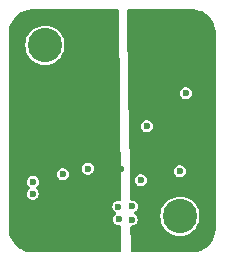
<source format=gbr>
%TF.GenerationSoftware,KiCad,Pcbnew,8.0.4*%
%TF.CreationDate,2025-02-04T23:44:10-05:00*%
%TF.ProjectId,Magnetometer,4d61676e-6574-46f6-9d65-7465722e6b69,rev?*%
%TF.SameCoordinates,Original*%
%TF.FileFunction,Copper,L3,Inr*%
%TF.FilePolarity,Positive*%
%FSLAX46Y46*%
G04 Gerber Fmt 4.6, Leading zero omitted, Abs format (unit mm)*
G04 Created by KiCad (PCBNEW 8.0.4) date 2025-02-04 23:44:10*
%MOMM*%
%LPD*%
G01*
G04 APERTURE LIST*
%TA.AperFunction,ComponentPad*%
%ADD10C,2.900000*%
%TD*%
%TA.AperFunction,ViaPad*%
%ADD11C,0.600000*%
%TD*%
G04 APERTURE END LIST*
D10*
%TO.N,N/C*%
%TO.C,REF\u002A\u002A*%
X129286000Y-144526000D03*
%TD*%
%TO.N,N/C*%
%TO.C,REF\u002A\u002A*%
X140716000Y-159004000D03*
%TD*%
D11*
%TO.N,5V*%
X132560000Y-142950000D03*
X130880000Y-148710000D03*
X133480000Y-146500000D03*
X135710000Y-154980000D03*
X133420000Y-150680000D03*
X131940000Y-159320000D03*
X132880000Y-159350000D03*
X132890000Y-158130000D03*
X131820000Y-158110000D03*
%TO.N,GND*%
X135560000Y-159270000D03*
X136640000Y-159290000D03*
X136650000Y-158180000D03*
X135510000Y-158190000D03*
X128270000Y-156100000D03*
X128250000Y-157120000D03*
%TO.N,5V*%
X128260000Y-158750000D03*
X128230000Y-159830000D03*
%TO.N,GND*%
X141224000Y-148590000D03*
X137922000Y-151384000D03*
X132924550Y-154975601D03*
X137414000Y-155956000D03*
X130810000Y-155448000D03*
X140716000Y-155194000D03*
%TO.N,3V3*%
X140208000Y-149098000D03*
X138176000Y-145288000D03*
X137668000Y-148590000D03*
X137922000Y-153670000D03*
X140208000Y-152400000D03*
X142240000Y-148844000D03*
%TO.N,5V*%
X132924550Y-153075599D03*
X130048000Y-153670000D03*
%TD*%
%TA.AperFunction,Conductor*%
%TO.N,3V3*%
G36*
X141765121Y-141478020D02*
G01*
X141899109Y-141480409D01*
X141914528Y-141481650D01*
X142180897Y-141519948D01*
X142198184Y-141523708D01*
X142455313Y-141599209D01*
X142471887Y-141605391D01*
X142581159Y-141655293D01*
X142715659Y-141716717D01*
X142731173Y-141725188D01*
X142956628Y-141870080D01*
X142970787Y-141880679D01*
X143173317Y-142056172D01*
X143185827Y-142068682D01*
X143361320Y-142271212D01*
X143371921Y-142285374D01*
X143516808Y-142510821D01*
X143525284Y-142526345D01*
X143636608Y-142770112D01*
X143642791Y-142786688D01*
X143718290Y-143043814D01*
X143722051Y-143061102D01*
X143760348Y-143327463D01*
X143761590Y-143342898D01*
X143763980Y-143476877D01*
X143764000Y-143479089D01*
X143764000Y-160050910D01*
X143763980Y-160053122D01*
X143761590Y-160187101D01*
X143760348Y-160202536D01*
X143722051Y-160468897D01*
X143718290Y-160486185D01*
X143642791Y-160743311D01*
X143636608Y-160759887D01*
X143525284Y-161003654D01*
X143516805Y-161019183D01*
X143371922Y-161244624D01*
X143361320Y-161258787D01*
X143185827Y-161461317D01*
X143173317Y-161473827D01*
X142970787Y-161649320D01*
X142956624Y-161659922D01*
X142731183Y-161804805D01*
X142715654Y-161813284D01*
X142471887Y-161924608D01*
X142455311Y-161930791D01*
X142198185Y-162006290D01*
X142180897Y-162010051D01*
X141914536Y-162048348D01*
X141899101Y-162049590D01*
X141768818Y-162051914D01*
X141765120Y-162051980D01*
X141762910Y-162052000D01*
X136689932Y-162052000D01*
X136622893Y-162032315D01*
X136577138Y-161979511D01*
X136565951Y-161930156D01*
X136554158Y-161252086D01*
X136530933Y-159916654D01*
X136549449Y-159849285D01*
X136601449Y-159802618D01*
X136654914Y-159790500D01*
X136711962Y-159790500D01*
X136711962Y-159790499D01*
X136850053Y-159749953D01*
X136971128Y-159672143D01*
X137065377Y-159563373D01*
X137125165Y-159432457D01*
X137145647Y-159290000D01*
X137125165Y-159147543D01*
X137065377Y-159016627D01*
X137054436Y-159004000D01*
X139060396Y-159004000D01*
X139080778Y-159262990D01*
X139141427Y-159515610D01*
X139240843Y-159755623D01*
X139240845Y-159755627D01*
X139240846Y-159755628D01*
X139376588Y-159977140D01*
X139545311Y-160174689D01*
X139742860Y-160343412D01*
X139964372Y-160479154D01*
X139964374Y-160479154D01*
X139964376Y-160479156D01*
X139981346Y-160486185D01*
X140204390Y-160578573D01*
X140457006Y-160639221D01*
X140716000Y-160659604D01*
X140974994Y-160639221D01*
X141227610Y-160578573D01*
X141467628Y-160479154D01*
X141689140Y-160343412D01*
X141886689Y-160174689D01*
X142055412Y-159977140D01*
X142191154Y-159755628D01*
X142290573Y-159515610D01*
X142351221Y-159262994D01*
X142371604Y-159004000D01*
X142351221Y-158745006D01*
X142290573Y-158492390D01*
X142191154Y-158252372D01*
X142055412Y-158030860D01*
X141886689Y-157833311D01*
X141689140Y-157664588D01*
X141467628Y-157528846D01*
X141467627Y-157528845D01*
X141467623Y-157528843D01*
X141301627Y-157460086D01*
X141227610Y-157429427D01*
X141227611Y-157429427D01*
X141089921Y-157396370D01*
X140974994Y-157368779D01*
X140974992Y-157368778D01*
X140974991Y-157368778D01*
X140716000Y-157348396D01*
X140457009Y-157368778D01*
X140204389Y-157429427D01*
X139964376Y-157528843D01*
X139742859Y-157664588D01*
X139545311Y-157833311D01*
X139376588Y-158030859D01*
X139240843Y-158252376D01*
X139141427Y-158492389D01*
X139080778Y-158745009D01*
X139060396Y-159004000D01*
X137054436Y-159004000D01*
X136971128Y-158907857D01*
X136869474Y-158842528D01*
X136823720Y-158789725D01*
X136813776Y-158720566D01*
X136842801Y-158657010D01*
X136869471Y-158633900D01*
X136981128Y-158562143D01*
X137075377Y-158453373D01*
X137135165Y-158322457D01*
X137155647Y-158180000D01*
X137135165Y-158037543D01*
X137075377Y-157906627D01*
X136981128Y-157797857D01*
X136860053Y-157720047D01*
X136860051Y-157720046D01*
X136860049Y-157720045D01*
X136860050Y-157720045D01*
X136721963Y-157679500D01*
X136721961Y-157679500D01*
X136613888Y-157679500D01*
X136546849Y-157659815D01*
X136501094Y-157607011D01*
X136489907Y-157557656D01*
X136486622Y-157368778D01*
X136462052Y-155956000D01*
X136908353Y-155956000D01*
X136928834Y-156098456D01*
X136988622Y-156229371D01*
X136988623Y-156229373D01*
X137082872Y-156338143D01*
X137203947Y-156415953D01*
X137203950Y-156415954D01*
X137203949Y-156415954D01*
X137342036Y-156456499D01*
X137342038Y-156456500D01*
X137342039Y-156456500D01*
X137485962Y-156456500D01*
X137485962Y-156456499D01*
X137624053Y-156415953D01*
X137745128Y-156338143D01*
X137839377Y-156229373D01*
X137899165Y-156098457D01*
X137919647Y-155956000D01*
X137899165Y-155813543D01*
X137839377Y-155682627D01*
X137745128Y-155573857D01*
X137624053Y-155496047D01*
X137624051Y-155496046D01*
X137624049Y-155496045D01*
X137624050Y-155496045D01*
X137485963Y-155455500D01*
X137485961Y-155455500D01*
X137342039Y-155455500D01*
X137342036Y-155455500D01*
X137203949Y-155496045D01*
X137082873Y-155573856D01*
X136988623Y-155682626D01*
X136988622Y-155682628D01*
X136928834Y-155813543D01*
X136908353Y-155956000D01*
X136462052Y-155956000D01*
X136448800Y-155194000D01*
X140210353Y-155194000D01*
X140230834Y-155336456D01*
X140285201Y-155455500D01*
X140290623Y-155467373D01*
X140384872Y-155576143D01*
X140505947Y-155653953D01*
X140505950Y-155653954D01*
X140505949Y-155653954D01*
X140644036Y-155694499D01*
X140644038Y-155694500D01*
X140644039Y-155694500D01*
X140787962Y-155694500D01*
X140787962Y-155694499D01*
X140926053Y-155653953D01*
X141047128Y-155576143D01*
X141141377Y-155467373D01*
X141201165Y-155336457D01*
X141221647Y-155194000D01*
X141201165Y-155051543D01*
X141141377Y-154920627D01*
X141047128Y-154811857D01*
X140926053Y-154734047D01*
X140926051Y-154734046D01*
X140926049Y-154734045D01*
X140926050Y-154734045D01*
X140787963Y-154693500D01*
X140787961Y-154693500D01*
X140644039Y-154693500D01*
X140644036Y-154693500D01*
X140505949Y-154734045D01*
X140384873Y-154811856D01*
X140290623Y-154920626D01*
X140290622Y-154920628D01*
X140230834Y-155051543D01*
X140210353Y-155194000D01*
X136448800Y-155194000D01*
X136382539Y-151384000D01*
X137416353Y-151384000D01*
X137436834Y-151526456D01*
X137496622Y-151657371D01*
X137496623Y-151657373D01*
X137590872Y-151766143D01*
X137711947Y-151843953D01*
X137711950Y-151843954D01*
X137711949Y-151843954D01*
X137850036Y-151884499D01*
X137850038Y-151884500D01*
X137850039Y-151884500D01*
X137993962Y-151884500D01*
X137993962Y-151884499D01*
X138132053Y-151843953D01*
X138253128Y-151766143D01*
X138347377Y-151657373D01*
X138407165Y-151526457D01*
X138427647Y-151384000D01*
X138407165Y-151241543D01*
X138347377Y-151110627D01*
X138253128Y-151001857D01*
X138132053Y-150924047D01*
X138132051Y-150924046D01*
X138132049Y-150924045D01*
X138132050Y-150924045D01*
X137993963Y-150883500D01*
X137993961Y-150883500D01*
X137850039Y-150883500D01*
X137850036Y-150883500D01*
X137711949Y-150924045D01*
X137590873Y-151001856D01*
X137496623Y-151110626D01*
X137496622Y-151110628D01*
X137436834Y-151241543D01*
X137416353Y-151384000D01*
X136382539Y-151384000D01*
X136333948Y-148590000D01*
X140718353Y-148590000D01*
X140738834Y-148732456D01*
X140798622Y-148863371D01*
X140798623Y-148863373D01*
X140892872Y-148972143D01*
X141013947Y-149049953D01*
X141013950Y-149049954D01*
X141013949Y-149049954D01*
X141152036Y-149090499D01*
X141152038Y-149090500D01*
X141152039Y-149090500D01*
X141295962Y-149090500D01*
X141295962Y-149090499D01*
X141434053Y-149049953D01*
X141555128Y-148972143D01*
X141649377Y-148863373D01*
X141709165Y-148732457D01*
X141729647Y-148590000D01*
X141709165Y-148447543D01*
X141649377Y-148316627D01*
X141555128Y-148207857D01*
X141434053Y-148130047D01*
X141434051Y-148130046D01*
X141434049Y-148130045D01*
X141434050Y-148130045D01*
X141295963Y-148089500D01*
X141295961Y-148089500D01*
X141152039Y-148089500D01*
X141152036Y-148089500D01*
X141013949Y-148130045D01*
X140892873Y-148207856D01*
X140798623Y-148316626D01*
X140798622Y-148316628D01*
X140738834Y-148447543D01*
X140718353Y-148590000D01*
X136333948Y-148590000D01*
X136212455Y-141604155D01*
X136230971Y-141536785D01*
X136282971Y-141490118D01*
X136336436Y-141478000D01*
X141762910Y-141478000D01*
X141765121Y-141478020D01*
G37*
%TD.AperFunction*%
%TD*%
%TA.AperFunction,Conductor*%
%TO.N,5V*%
G36*
X135506226Y-141497685D02*
G01*
X135551981Y-141550489D01*
X135563182Y-141600862D01*
X135709636Y-157564362D01*
X135690567Y-157631580D01*
X135638185Y-157677817D01*
X135585641Y-157689500D01*
X135438036Y-157689500D01*
X135299949Y-157730045D01*
X135178873Y-157807856D01*
X135084623Y-157916626D01*
X135084622Y-157916628D01*
X135024834Y-158047543D01*
X135004353Y-158190000D01*
X135024834Y-158332456D01*
X135084622Y-158463371D01*
X135084623Y-158463373D01*
X135178872Y-158572143D01*
X135178874Y-158572144D01*
X135178876Y-158572146D01*
X135287183Y-158641751D01*
X135332938Y-158694554D01*
X135342882Y-158763713D01*
X135313857Y-158827269D01*
X135287184Y-158850381D01*
X135228874Y-158887855D01*
X135134623Y-158996626D01*
X135134622Y-158996628D01*
X135074834Y-159127543D01*
X135054353Y-159270000D01*
X135074834Y-159412456D01*
X135134622Y-159543371D01*
X135134623Y-159543373D01*
X135228872Y-159652143D01*
X135349947Y-159729953D01*
X135349950Y-159729954D01*
X135349949Y-159729954D01*
X135488036Y-159770499D01*
X135488038Y-159770500D01*
X135607007Y-159770500D01*
X135674046Y-159790185D01*
X135719801Y-159842989D01*
X135731002Y-159893362D01*
X135749659Y-161926862D01*
X135730590Y-161994080D01*
X135678208Y-162040317D01*
X135625664Y-162052000D01*
X128239090Y-162052000D01*
X128236879Y-162051980D01*
X128233015Y-162051911D01*
X128102898Y-162049590D01*
X128087463Y-162048348D01*
X127821102Y-162010051D01*
X127803814Y-162006290D01*
X127546688Y-161930791D01*
X127530112Y-161924608D01*
X127286345Y-161813284D01*
X127270821Y-161804808D01*
X127045374Y-161659921D01*
X127031212Y-161649320D01*
X126828682Y-161473827D01*
X126816172Y-161461317D01*
X126640679Y-161258787D01*
X126630077Y-161244624D01*
X126485188Y-161019173D01*
X126476715Y-161003654D01*
X126365391Y-160759887D01*
X126359208Y-160743311D01*
X126283709Y-160486185D01*
X126279948Y-160468897D01*
X126241651Y-160202536D01*
X126240409Y-160187109D01*
X126238020Y-160053121D01*
X126238000Y-160050910D01*
X126238000Y-157120000D01*
X127744353Y-157120000D01*
X127764834Y-157262456D01*
X127824622Y-157393371D01*
X127824623Y-157393373D01*
X127918872Y-157502143D01*
X128039947Y-157579953D01*
X128039950Y-157579954D01*
X128039949Y-157579954D01*
X128178036Y-157620499D01*
X128178038Y-157620500D01*
X128178039Y-157620500D01*
X128321962Y-157620500D01*
X128321962Y-157620499D01*
X128460053Y-157579953D01*
X128581128Y-157502143D01*
X128675377Y-157393373D01*
X128735165Y-157262457D01*
X128755647Y-157120000D01*
X128735165Y-156977543D01*
X128675377Y-156846627D01*
X128581128Y-156737857D01*
X128581125Y-156737855D01*
X128554496Y-156720741D01*
X128508741Y-156667937D01*
X128498798Y-156598778D01*
X128527824Y-156535222D01*
X128554498Y-156512110D01*
X128601125Y-156482145D01*
X128601125Y-156482144D01*
X128601128Y-156482143D01*
X128695377Y-156373373D01*
X128755165Y-156242457D01*
X128775647Y-156100000D01*
X128755165Y-155957543D01*
X128695377Y-155826627D01*
X128601128Y-155717857D01*
X128480053Y-155640047D01*
X128480051Y-155640046D01*
X128480049Y-155640045D01*
X128480050Y-155640045D01*
X128341963Y-155599500D01*
X128341961Y-155599500D01*
X128198039Y-155599500D01*
X128198036Y-155599500D01*
X128059949Y-155640045D01*
X127938873Y-155717856D01*
X127844623Y-155826626D01*
X127844622Y-155826628D01*
X127784834Y-155957543D01*
X127764353Y-156100000D01*
X127784834Y-156242456D01*
X127844622Y-156373371D01*
X127844623Y-156373373D01*
X127938872Y-156482143D01*
X127938874Y-156482144D01*
X127938873Y-156482144D01*
X127965503Y-156499258D01*
X128011257Y-156552062D01*
X128021201Y-156621220D01*
X127992176Y-156684776D01*
X127965504Y-156707888D01*
X127918873Y-156737856D01*
X127824623Y-156846626D01*
X127824622Y-156846628D01*
X127764834Y-156977543D01*
X127744353Y-157120000D01*
X126238000Y-157120000D01*
X126238000Y-155448000D01*
X130304353Y-155448000D01*
X130324834Y-155590456D01*
X130347481Y-155640045D01*
X130384623Y-155721373D01*
X130478872Y-155830143D01*
X130599947Y-155907953D01*
X130599950Y-155907954D01*
X130599949Y-155907954D01*
X130738036Y-155948499D01*
X130738038Y-155948500D01*
X130738039Y-155948500D01*
X130881962Y-155948500D01*
X130881962Y-155948499D01*
X131020053Y-155907953D01*
X131141128Y-155830143D01*
X131235377Y-155721373D01*
X131295165Y-155590457D01*
X131315647Y-155448000D01*
X131295165Y-155305543D01*
X131235377Y-155174627D01*
X131141128Y-155065857D01*
X131020053Y-154988047D01*
X131020051Y-154988046D01*
X131020049Y-154988045D01*
X131020050Y-154988045D01*
X130977669Y-154975601D01*
X132418903Y-154975601D01*
X132439384Y-155118057D01*
X132465219Y-155174626D01*
X132499173Y-155248974D01*
X132593422Y-155357744D01*
X132714497Y-155435554D01*
X132714500Y-155435555D01*
X132714499Y-155435555D01*
X132852586Y-155476100D01*
X132852588Y-155476101D01*
X132852589Y-155476101D01*
X132996512Y-155476101D01*
X132996512Y-155476100D01*
X133134603Y-155435554D01*
X133255678Y-155357744D01*
X133349927Y-155248974D01*
X133409715Y-155118058D01*
X133430197Y-154975601D01*
X133409715Y-154833144D01*
X133349927Y-154702228D01*
X133255678Y-154593458D01*
X133134603Y-154515648D01*
X133134601Y-154515647D01*
X133134599Y-154515646D01*
X133134600Y-154515646D01*
X132996513Y-154475101D01*
X132996511Y-154475101D01*
X132852589Y-154475101D01*
X132852586Y-154475101D01*
X132714499Y-154515646D01*
X132593423Y-154593457D01*
X132499173Y-154702227D01*
X132499172Y-154702229D01*
X132439384Y-154833144D01*
X132418903Y-154975601D01*
X130977669Y-154975601D01*
X130881963Y-154947500D01*
X130881961Y-154947500D01*
X130738039Y-154947500D01*
X130738036Y-154947500D01*
X130599949Y-154988045D01*
X130478873Y-155065856D01*
X130384623Y-155174626D01*
X130384622Y-155174628D01*
X130324834Y-155305543D01*
X130304353Y-155448000D01*
X126238000Y-155448000D01*
X126238000Y-144526000D01*
X127630396Y-144526000D01*
X127650778Y-144784990D01*
X127711427Y-145037610D01*
X127810843Y-145277623D01*
X127810845Y-145277627D01*
X127810846Y-145277628D01*
X127946588Y-145499140D01*
X128115311Y-145696689D01*
X128312860Y-145865412D01*
X128534372Y-146001154D01*
X128534374Y-146001154D01*
X128534376Y-146001156D01*
X128595693Y-146026554D01*
X128774390Y-146100573D01*
X129027006Y-146161221D01*
X129286000Y-146181604D01*
X129544994Y-146161221D01*
X129797610Y-146100573D01*
X130037628Y-146001154D01*
X130259140Y-145865412D01*
X130456689Y-145696689D01*
X130625412Y-145499140D01*
X130761154Y-145277628D01*
X130860573Y-145037610D01*
X130921221Y-144784994D01*
X130941604Y-144526000D01*
X130921221Y-144267006D01*
X130860573Y-144014390D01*
X130761154Y-143774372D01*
X130625412Y-143552860D01*
X130456689Y-143355311D01*
X130259140Y-143186588D01*
X130037628Y-143050846D01*
X130037627Y-143050845D01*
X130037623Y-143050843D01*
X129871627Y-142982086D01*
X129797610Y-142951427D01*
X129797611Y-142951427D01*
X129659921Y-142918370D01*
X129544994Y-142890779D01*
X129544992Y-142890778D01*
X129544991Y-142890778D01*
X129286000Y-142870396D01*
X129027009Y-142890778D01*
X128774389Y-142951427D01*
X128534376Y-143050843D01*
X128312859Y-143186588D01*
X128115311Y-143355311D01*
X127946588Y-143552859D01*
X127810843Y-143774376D01*
X127711427Y-144014389D01*
X127650778Y-144267009D01*
X127630396Y-144526000D01*
X126238000Y-144526000D01*
X126238000Y-143479089D01*
X126238020Y-143476878D01*
X126240188Y-143355311D01*
X126240409Y-143342889D01*
X126241650Y-143327472D01*
X126279948Y-143061099D01*
X126283709Y-143043814D01*
X126359210Y-142786681D01*
X126365391Y-142770112D01*
X126476720Y-142526334D01*
X126485185Y-142510832D01*
X126630084Y-142285364D01*
X126640670Y-142271222D01*
X126816177Y-142068676D01*
X126828676Y-142056177D01*
X127031222Y-141880670D01*
X127045364Y-141870084D01*
X127270832Y-141725185D01*
X127286334Y-141716720D01*
X127530112Y-141605390D01*
X127546681Y-141599210D01*
X127803818Y-141523707D01*
X127821099Y-141519948D01*
X128087472Y-141481650D01*
X128102889Y-141480409D01*
X128236879Y-141478020D01*
X128239090Y-141478000D01*
X135439187Y-141478000D01*
X135506226Y-141497685D01*
G37*
%TD.AperFunction*%
%TD*%
M02*

</source>
